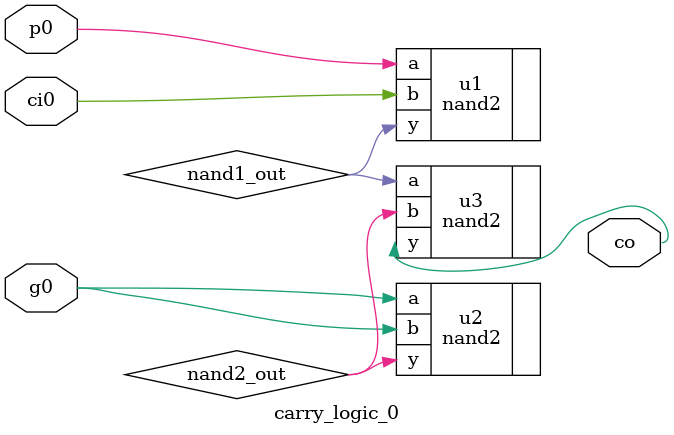
<source format=sv>
module carry_logic_0 (
    input logic p0,
    input logic g0,
    input logic ci0,
    output logic co
);

    logic nand1_out;  
    logic nand2_out;  


nand2 u1 (
	.a(p0), 
	.b(ci0), 
	.y(nand1_out)
	); 

nand2 u2 (
	.a(g0), 
	.b(g0), 
	.y(nand2_out)
	); 

nand2 u3 (
	.a(nand1_out), 
	.b(nand2_out), 
	.y(co)
	); 

endmodule
</source>
